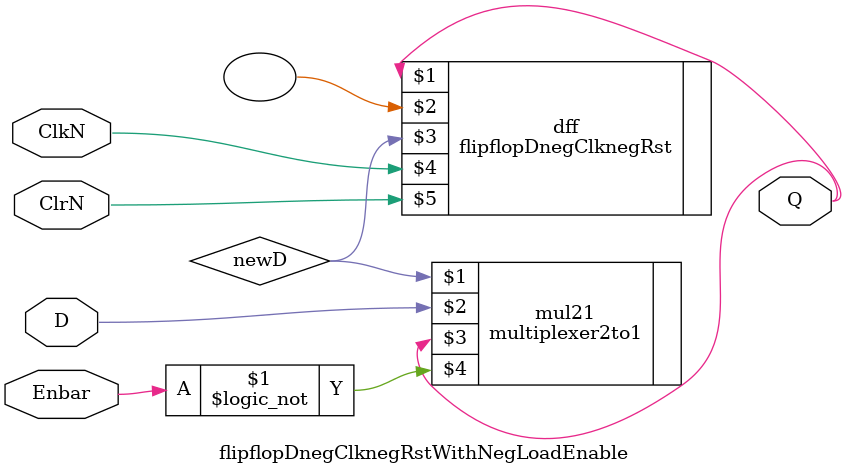
<source format=v>
`ifndef flipflopDnegClknegRstWithNegLoadEnable
	`define flipflopDnegClknegRstWithNegLoadEnable
	`timescale 1ns / 100ps

	`include "Source_code/multiplexer2to1/multiplexer2to1.v"
	`include "Source_code/flipflopDnegClknegRst/flipflopDnegClknegRst.v"

	/* 模組名稱：flipflopDnegClknegRstWithNegLoadEnable
		著作權宣告：copyright 2012 林博仁(pika1021@gmail.com) */
	module flipflopDnegClknegRstWithNegLoadEnable(Q, D, ClkN, ClrN, Enbar);
	//port 輸出輸入宣告
		output Q;
		input D, ClkN, ClrN, Enbar;

	//port 類型宣告
		wire Q, D, ClkN, ClrN, Enbar;

	wire newD;
	multiplexer2to1 mul21(newD, D, Q, !Enbar);
	flipflopDnegClknegRst
		dff(Q, , newD, ClkN, ClrN);
	endmodule
`endif
</source>
